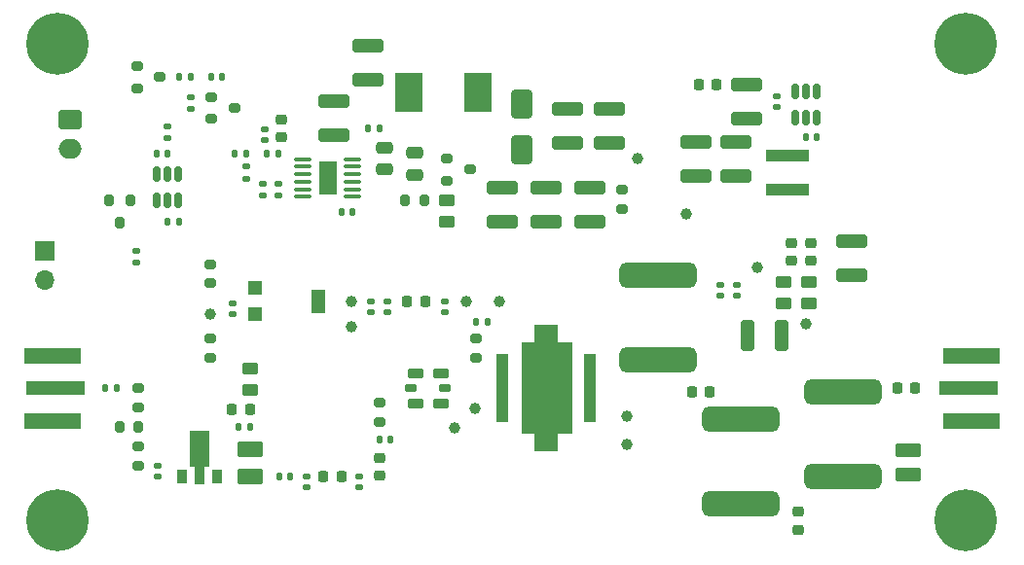
<source format=gts>
%TF.GenerationSoftware,KiCad,Pcbnew,7.0.1*%
%TF.CreationDate,2023-07-29T01:53:36-07:00*%
%TF.ProjectId,FET_Amplifier_HW,4645545f-416d-4706-9c69-666965725f48,rev?*%
%TF.SameCoordinates,PX4b571c0PY5a995c0*%
%TF.FileFunction,Soldermask,Top*%
%TF.FilePolarity,Negative*%
%FSLAX46Y46*%
G04 Gerber Fmt 4.6, Leading zero omitted, Abs format (unit mm)*
G04 Created by KiCad (PCBNEW 7.0.1) date 2023-07-29 01:53:36*
%MOMM*%
%LPD*%
G01*
G04 APERTURE LIST*
G04 Aperture macros list*
%AMRoundRect*
0 Rectangle with rounded corners*
0 $1 Rounding radius*
0 $2 $3 $4 $5 $6 $7 $8 $9 X,Y pos of 4 corners*
0 Add a 4 corners polygon primitive as box body*
4,1,4,$2,$3,$4,$5,$6,$7,$8,$9,$2,$3,0*
0 Add four circle primitives for the rounded corners*
1,1,$1+$1,$2,$3*
1,1,$1+$1,$4,$5*
1,1,$1+$1,$6,$7*
1,1,$1+$1,$8,$9*
0 Add four rect primitives between the rounded corners*
20,1,$1+$1,$2,$3,$4,$5,0*
20,1,$1+$1,$4,$5,$6,$7,0*
20,1,$1+$1,$6,$7,$8,$9,0*
20,1,$1+$1,$8,$9,$2,$3,0*%
%AMFreePoly0*
4,1,9,3.862500,-0.866500,0.737500,-0.866500,0.737500,-0.450000,-0.737500,-0.450000,-0.737500,0.450000,0.737500,0.450000,0.737500,0.866500,3.862500,0.866500,3.862500,-0.866500,3.862500,-0.866500,$1*%
G04 Aperture macros list end*
%ADD10RoundRect,0.225000X0.250000X-0.225000X0.250000X0.225000X-0.250000X0.225000X-0.250000X-0.225000X0*%
%ADD11C,1.000000*%
%ADD12RoundRect,0.250000X0.850000X-0.375000X0.850000X0.375000X-0.850000X0.375000X-0.850000X-0.375000X0*%
%ADD13RoundRect,0.225000X0.225000X0.250000X-0.225000X0.250000X-0.225000X-0.250000X0.225000X-0.250000X0*%
%ADD14RoundRect,0.135000X-0.185000X0.135000X-0.185000X-0.135000X0.185000X-0.135000X0.185000X0.135000X0*%
%ADD15RoundRect,0.218750X-0.218750X-0.256250X0.218750X-0.256250X0.218750X0.256250X-0.218750X0.256250X0*%
%ADD16RoundRect,0.250000X-1.100000X0.325000X-1.100000X-0.325000X1.100000X-0.325000X1.100000X0.325000X0*%
%ADD17RoundRect,0.200000X0.200000X0.275000X-0.200000X0.275000X-0.200000X-0.275000X0.200000X-0.275000X0*%
%ADD18RoundRect,0.135000X0.135000X0.185000X-0.135000X0.185000X-0.135000X-0.185000X0.135000X-0.185000X0*%
%ADD19RoundRect,0.250000X1.100000X-0.325000X1.100000X0.325000X-1.100000X0.325000X-1.100000X-0.325000X0*%
%ADD20RoundRect,0.200000X-0.300000X-0.200000X0.300000X-0.200000X0.300000X0.200000X-0.300000X0.200000X0*%
%ADD21RoundRect,0.200000X0.275000X-0.200000X0.275000X0.200000X-0.275000X0.200000X-0.275000X-0.200000X0*%
%ADD22RoundRect,0.150000X0.150000X-0.512500X0.150000X0.512500X-0.150000X0.512500X-0.150000X-0.512500X0*%
%ADD23RoundRect,0.140000X-0.170000X0.140000X-0.170000X-0.140000X0.170000X-0.140000X0.170000X0.140000X0*%
%ADD24RoundRect,0.150000X-0.150000X0.512500X-0.150000X-0.512500X0.150000X-0.512500X0.150000X0.512500X0*%
%ADD25RoundRect,0.140000X0.140000X0.170000X-0.140000X0.170000X-0.140000X-0.170000X0.140000X-0.170000X0*%
%ADD26R,1.300000X1.300000*%
%ADD27R,1.300000X2.000000*%
%ADD28R,0.900000X1.300000*%
%ADD29FreePoly0,90.000000*%
%ADD30R,5.200000X1.270000*%
%ADD31R,4.900000X1.350000*%
%ADD32RoundRect,0.135000X0.185000X-0.135000X0.185000X0.135000X-0.185000X0.135000X-0.185000X-0.135000X0*%
%ADD33RoundRect,0.200000X-0.275000X0.200000X-0.275000X-0.200000X0.275000X-0.200000X0.275000X0.200000X0*%
%ADD34RoundRect,0.218750X0.256250X-0.218750X0.256250X0.218750X-0.256250X0.218750X-0.256250X-0.218750X0*%
%ADD35RoundRect,0.140000X0.170000X-0.140000X0.170000X0.140000X-0.170000X0.140000X-0.170000X-0.140000X0*%
%ADD36RoundRect,0.250000X0.650000X-1.000000X0.650000X1.000000X-0.650000X1.000000X-0.650000X-1.000000X0*%
%ADD37RoundRect,0.100000X0.400000X-2.900000X0.400000X2.900000X-0.400000X2.900000X-0.400000X-2.900000X0*%
%ADD38R,2.000000X1.500000*%
%ADD39R,4.500000X8.000000*%
%ADD40RoundRect,0.140000X-0.140000X-0.170000X0.140000X-0.170000X0.140000X0.170000X-0.140000X0.170000X0*%
%ADD41R,1.700000X1.700000*%
%ADD42O,1.700000X1.700000*%
%ADD43R,2.350000X3.500000*%
%ADD44RoundRect,0.200000X-0.200000X0.300000X-0.200000X-0.300000X0.200000X-0.300000X0.200000X0.300000X0*%
%ADD45RoundRect,0.250000X0.475000X-0.250000X0.475000X0.250000X-0.475000X0.250000X-0.475000X-0.250000X0*%
%ADD46C,0.800000*%
%ADD47C,5.400000*%
%ADD48RoundRect,0.250001X-0.849999X0.462499X-0.849999X-0.462499X0.849999X-0.462499X0.849999X0.462499X0*%
%ADD49RoundRect,0.135000X-0.135000X-0.185000X0.135000X-0.185000X0.135000X0.185000X-0.135000X0.185000X0*%
%ADD50RoundRect,0.250000X-0.450000X0.262500X-0.450000X-0.262500X0.450000X-0.262500X0.450000X0.262500X0*%
%ADD51RoundRect,0.540000X-2.825000X0.540000X-2.825000X-0.540000X2.825000X-0.540000X2.825000X0.540000X0*%
%ADD52RoundRect,0.250000X-0.750000X0.600000X-0.750000X-0.600000X0.750000X-0.600000X0.750000X0.600000X0*%
%ADD53O,2.000000X1.700000*%
%ADD54RoundRect,0.250000X0.450000X-0.262500X0.450000X0.262500X-0.450000X0.262500X-0.450000X-0.262500X0*%
%ADD55RoundRect,0.250000X-0.325000X-1.100000X0.325000X-1.100000X0.325000X1.100000X-0.325000X1.100000X0*%
%ADD56RoundRect,0.225000X-0.250000X0.225000X-0.250000X-0.225000X0.250000X-0.225000X0.250000X0.225000X0*%
%ADD57RoundRect,0.540000X2.825000X-0.540000X2.825000X0.540000X-2.825000X0.540000X-2.825000X-0.540000X0*%
%ADD58R,3.700000X1.100000*%
%ADD59RoundRect,0.200000X-0.200000X-0.275000X0.200000X-0.275000X0.200000X0.275000X-0.200000X0.275000X0*%
%ADD60RoundRect,0.090000X-0.410000X-0.210000X0.410000X-0.210000X0.410000X0.210000X-0.410000X0.210000X0*%
%ADD61RoundRect,0.120000X-0.580000X-0.280000X0.580000X-0.280000X0.580000X0.280000X-0.580000X0.280000X0*%
%ADD62RoundRect,0.100000X-0.625000X-0.100000X0.625000X-0.100000X0.625000X0.100000X-0.625000X0.100000X0*%
%ADD63R,1.650000X2.850000*%
G04 APERTURE END LIST*
D10*
%TO.C,C18*%
X22450000Y36350000D03*
X22450000Y37900000D03*
%TD*%
D11*
%TO.C,TP10*%
X57700000Y29700000D03*
%TD*%
D12*
%TO.C,L5*%
X77000000Y7000000D03*
X77000000Y9150000D03*
%TD*%
D13*
%TO.C,C11*%
X59700000Y14200000D03*
X58150000Y14200000D03*
%TD*%
D14*
%TO.C,R16*%
X19420000Y33800000D03*
X19420000Y32780000D03*
%TD*%
D15*
%TO.C,FB1*%
X33375000Y22100000D03*
X34950000Y22100000D03*
%TD*%
D16*
%TO.C,C26*%
X41670000Y31950000D03*
X41670000Y29000000D03*
%TD*%
D11*
%TO.C,TP8*%
X41450000Y22100000D03*
%TD*%
%TO.C,TP12*%
X52500000Y9600000D03*
%TD*%
D14*
%TO.C,R5*%
X12550000Y37310000D03*
X12550000Y36290000D03*
%TD*%
D17*
%TO.C,R17*%
X34870000Y30850000D03*
X33220000Y30850000D03*
%TD*%
D18*
%TO.C,R8*%
X14600000Y41600000D03*
X13580000Y41600000D03*
%TD*%
D19*
%TO.C,C34*%
X58475000Y33000000D03*
X58475000Y35950000D03*
%TD*%
%TO.C,C10*%
X72100000Y24350000D03*
X72100000Y27300000D03*
%TD*%
D14*
%TO.C,R11*%
X9850000Y26450000D03*
X9850000Y25430000D03*
%TD*%
D20*
%TO.C,Q4*%
X16350000Y39870000D03*
X16350000Y37970000D03*
X18350000Y38920000D03*
%TD*%
D21*
%TO.C,R1*%
X39400000Y17175000D03*
X39400000Y18825000D03*
%TD*%
D22*
%TO.C,U1*%
X11600000Y30900000D03*
X12550000Y30900000D03*
X13500000Y30900000D03*
X13500000Y33175000D03*
X12550000Y33175000D03*
X11600000Y33175000D03*
%TD*%
D23*
%TO.C,C17*%
X20820000Y32300000D03*
X20820000Y31340000D03*
%TD*%
D24*
%TO.C,U3*%
X69025000Y40350000D03*
X68075000Y40350000D03*
X67125000Y40350000D03*
X67125000Y38075000D03*
X68075000Y38075000D03*
X69025000Y38075000D03*
%TD*%
D25*
%TO.C,C40*%
X23210000Y6850000D03*
X22250000Y6850000D03*
%TD*%
D21*
%TO.C,R2*%
X30980000Y11600000D03*
X30980000Y13250000D03*
%TD*%
D11*
%TO.C,TP7*%
X68100000Y20100000D03*
%TD*%
%TO.C,TP5*%
X53400000Y34500000D03*
%TD*%
D23*
%TO.C,C8*%
X60650000Y23500000D03*
X60650000Y22540000D03*
%TD*%
D26*
%TO.C,RV1*%
X20200000Y23250000D03*
D27*
X25700000Y22100000D03*
D26*
X20200000Y20950000D03*
%TD*%
D11*
%TO.C,TP4*%
X63850000Y25000000D03*
%TD*%
D28*
%TO.C,U4*%
X13850000Y6850000D03*
D29*
X15350000Y6937500D03*
D28*
X16850000Y6850000D03*
%TD*%
D23*
%TO.C,C31*%
X31650000Y22100000D03*
X31650000Y21140000D03*
%TD*%
D11*
%TO.C,TP13*%
X37532233Y11032233D03*
%TD*%
D30*
%TO.C,J1*%
X2800000Y14500000D03*
D31*
X2550000Y17325000D03*
X2550000Y11675000D03*
%TD*%
D32*
%TO.C,R7*%
X14600000Y38850000D03*
X14600000Y39870000D03*
%TD*%
D23*
%TO.C,C6*%
X36650000Y22100000D03*
X36650000Y21140000D03*
%TD*%
D33*
%TO.C,R12*%
X10000000Y14500000D03*
X10000000Y12850000D03*
%TD*%
D15*
%TO.C,FB4*%
X58750000Y40950000D03*
X60325000Y40950000D03*
%TD*%
D34*
%TO.C,FB3*%
X68500000Y25600000D03*
X68500000Y27175000D03*
%TD*%
D11*
%TO.C,TP2*%
X38550000Y22100000D03*
%TD*%
D35*
%TO.C,C19*%
X21020000Y36100000D03*
X21020000Y37060000D03*
%TD*%
D36*
%TO.C,D1*%
X43320000Y35250000D03*
X43320000Y39250000D03*
%TD*%
D37*
%TO.C,Q1*%
X49300000Y14550000D03*
X41700000Y14550000D03*
D38*
X45500000Y9800000D03*
D39*
X45550000Y14550000D03*
D38*
X45500000Y19300000D03*
%TD*%
D40*
%TO.C,C5*%
X39400000Y20300000D03*
X40360000Y20300000D03*
%TD*%
D41*
%TO.C,J2*%
X1900000Y26475000D03*
D42*
X1900000Y23935000D03*
%TD*%
D21*
%TO.C,R19*%
X16250000Y23650000D03*
X16250000Y25300000D03*
%TD*%
D43*
%TO.C,L7*%
X33520000Y40250000D03*
X39570000Y40250000D03*
%TD*%
D44*
%TO.C,Q2*%
X9350000Y30900000D03*
X7450000Y30900000D03*
X8400000Y28900000D03*
%TD*%
D45*
%TO.C,C22*%
X31420000Y33550000D03*
X31420000Y35450000D03*
%TD*%
D11*
%TO.C,TP1*%
X28550000Y22100000D03*
%TD*%
D46*
%TO.C,H4*%
X975000Y3000000D03*
X1568109Y4431891D03*
X1568109Y1568109D03*
X3000000Y5025000D03*
D47*
X3000000Y3000000D03*
D46*
X3000000Y975000D03*
X4431891Y4431891D03*
X4431891Y1568109D03*
X5025000Y3000000D03*
%TD*%
D48*
%TO.C,L9*%
X19700000Y9175000D03*
X19700000Y6850000D03*
%TD*%
D11*
%TO.C,TP9*%
X16250000Y20950000D03*
%TD*%
D40*
%TO.C,C4*%
X30980000Y10050000D03*
X31940000Y10050000D03*
%TD*%
D35*
%TO.C,C41*%
X11700000Y6840000D03*
X11700000Y7800000D03*
%TD*%
D25*
%TO.C,C16*%
X17310000Y41600000D03*
X16350000Y41600000D03*
%TD*%
D33*
%TO.C,R21*%
X52070000Y31800000D03*
X52070000Y30150000D03*
%TD*%
D23*
%TO.C,C37*%
X65525000Y39950000D03*
X65525000Y38990000D03*
%TD*%
D18*
%TO.C,R20*%
X19420000Y34900000D03*
X18400000Y34900000D03*
%TD*%
D40*
%TO.C,C39*%
X18740000Y11150000D03*
X19700000Y11150000D03*
%TD*%
D34*
%TO.C,L2*%
X30980000Y6875000D03*
X30980000Y8450000D03*
%TD*%
D49*
%TO.C,R6*%
X12550000Y29050000D03*
X13570000Y29050000D03*
%TD*%
D50*
%TO.C,R4*%
X66100000Y23750000D03*
X66100000Y21925000D03*
%TD*%
D46*
%TO.C,H1*%
X975000Y44500000D03*
X1568109Y45931891D03*
X1568109Y43068109D03*
X3000000Y46525000D03*
D47*
X3000000Y44500000D03*
D46*
X3000000Y42475000D03*
X4431891Y45931891D03*
X4431891Y43068109D03*
X5025000Y44500000D03*
%TD*%
D25*
%TO.C,C1*%
X8110000Y14500000D03*
X7150000Y14500000D03*
%TD*%
D15*
%TO.C,L1*%
X26105000Y6850000D03*
X27680000Y6850000D03*
%TD*%
D20*
%TO.C,Q5*%
X36870000Y34500000D03*
X36870000Y32600000D03*
X38870000Y33550000D03*
%TD*%
D30*
%TO.C,J5*%
X82250000Y14500000D03*
D31*
X82500000Y11675000D03*
X82500000Y17325000D03*
%TD*%
D32*
%TO.C,R9*%
X22220000Y31330000D03*
X22220000Y32350000D03*
%TD*%
D51*
%TO.C,L4*%
X62400000Y11800000D03*
X62400000Y4430000D03*
%TD*%
D45*
%TO.C,C21*%
X34070000Y33100000D03*
X34070000Y35000000D03*
%TD*%
D16*
%TO.C,C29*%
X49320000Y31950000D03*
X49320000Y29000000D03*
%TD*%
D19*
%TO.C,C32*%
X50970000Y35900000D03*
X50970000Y38850000D03*
%TD*%
D52*
%TO.C,J3*%
X4050000Y37900000D03*
D53*
X4050000Y35400000D03*
%TD*%
D54*
%TO.C,R18*%
X36870000Y29025000D03*
X36870000Y30850000D03*
%TD*%
D25*
%TO.C,C20*%
X30980000Y37150000D03*
X30020000Y37150000D03*
%TD*%
D16*
%TO.C,C27*%
X45470000Y31950000D03*
X45470000Y29000000D03*
%TD*%
D55*
%TO.C,C14*%
X63000000Y19150000D03*
X65950000Y19150000D03*
%TD*%
D19*
%TO.C,C28*%
X47370000Y35900000D03*
X47370000Y38850000D03*
%TD*%
%TO.C,C36*%
X62925000Y38000000D03*
X62925000Y40950000D03*
%TD*%
D35*
%TO.C,C30*%
X18200000Y20950000D03*
X18200000Y21910000D03*
%TD*%
D46*
%TO.C,H3*%
X79975000Y3000000D03*
X80568109Y4431891D03*
X80568109Y1568109D03*
X82000000Y5025000D03*
D47*
X82000000Y3000000D03*
D46*
X82000000Y975000D03*
X83431891Y4431891D03*
X83431891Y1568109D03*
X84025000Y3000000D03*
%TD*%
D33*
%TO.C,R10*%
X16250000Y18850000D03*
X16250000Y17200000D03*
%TD*%
D19*
%TO.C,C25*%
X30000000Y41400000D03*
X30000000Y44350000D03*
%TD*%
D56*
%TO.C,C12*%
X67400000Y3750000D03*
X67400000Y2200000D03*
%TD*%
D50*
%TO.C,R3*%
X68300000Y23750000D03*
X68300000Y21925000D03*
%TD*%
D40*
%TO.C,C15*%
X11590000Y34900000D03*
X12550000Y34900000D03*
%TD*%
D57*
%TO.C,L6*%
X71300000Y6830000D03*
X71300000Y14200000D03*
%TD*%
D33*
%TO.C,R14*%
X10000000Y9450000D03*
X10000000Y7800000D03*
%TD*%
D23*
%TO.C,C9*%
X62100000Y23500000D03*
X62100000Y22540000D03*
%TD*%
D40*
%TO.C,C33*%
X68075000Y36350000D03*
X69035000Y36350000D03*
%TD*%
D13*
%TO.C,C13*%
X77575000Y14500000D03*
X76025000Y14500000D03*
%TD*%
D58*
%TO.C,L8*%
X66475000Y34800000D03*
X66475000Y31800000D03*
%TD*%
D20*
%TO.C,Q3*%
X9900000Y42550000D03*
X9900000Y40650000D03*
X11900000Y41600000D03*
%TD*%
D11*
%TO.C,TP6*%
X52500000Y12100000D03*
%TD*%
%TO.C,TP11*%
X28550000Y19900000D03*
%TD*%
D59*
%TO.C,R13*%
X8350000Y11150000D03*
X10000000Y11150000D03*
%TD*%
D25*
%TO.C,C24*%
X28620000Y29900000D03*
X27660000Y29900000D03*
%TD*%
D19*
%TO.C,C35*%
X62025000Y33000000D03*
X62025000Y35950000D03*
%TD*%
D34*
%TO.C,FB2*%
X66800000Y25600000D03*
X66800000Y27175000D03*
%TD*%
D23*
%TO.C,C3*%
X29230000Y6850000D03*
X29230000Y5890000D03*
%TD*%
%TO.C,C7*%
X30250000Y22100000D03*
X30250000Y21140000D03*
%TD*%
D13*
%TO.C,C38*%
X19700000Y12650000D03*
X18150000Y12650000D03*
%TD*%
D51*
%TO.C,L3*%
X55250000Y24320000D03*
X55250000Y16950000D03*
%TD*%
D49*
%TO.C,R15*%
X21200000Y34900000D03*
X22220000Y34900000D03*
%TD*%
D23*
%TO.C,C2*%
X24680000Y6850000D03*
X24680000Y5890000D03*
%TD*%
D46*
%TO.C,H2*%
X79975000Y44500000D03*
X80568109Y45931891D03*
X80568109Y43068109D03*
X82000000Y46525000D03*
D47*
X82000000Y44500000D03*
D46*
X82000000Y42475000D03*
X83431891Y45931891D03*
X83431891Y43068109D03*
X84025000Y44500000D03*
%TD*%
D11*
%TO.C,TP3*%
X39300000Y12800000D03*
%TD*%
D16*
%TO.C,C23*%
X27000000Y39500000D03*
X27000000Y36550000D03*
%TD*%
D60*
%TO.C,J4*%
X33700000Y14500000D03*
X36700000Y14500000D03*
D61*
X34100000Y15800000D03*
X34100000Y13200000D03*
X36300000Y15800000D03*
X36300000Y13200000D03*
%TD*%
D54*
%TO.C,R22*%
X19700000Y14400000D03*
X19700000Y16225000D03*
%TD*%
D62*
%TO.C,U2*%
X24320000Y34450000D03*
X24320000Y33800000D03*
X24320000Y33150000D03*
X24320000Y32500000D03*
X24320000Y31850000D03*
X24320000Y31200000D03*
X28620000Y31200000D03*
X28620000Y31850000D03*
X28620000Y32500000D03*
X28620000Y33150000D03*
X28620000Y33800000D03*
X28620000Y34450000D03*
D63*
X26470000Y32825000D03*
%TD*%
M02*

</source>
